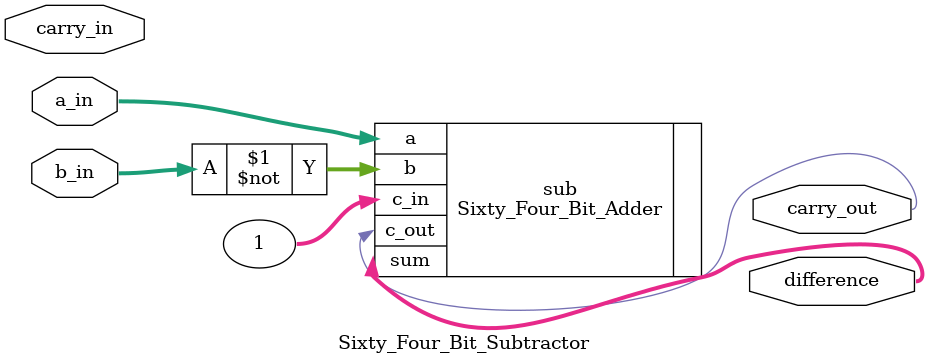
<source format=v>
`timescale 1ns / 1ps
module Sixty_Four_Bit_Subtractor(
    input [63:0] a_in,
    input [63:0] b_in,
    input carry_in,
	 output carry_out,
	 output [63:0] difference
    );

   //reg to_1 = 1;
	//Adder information 
	//output [63:0] sum,
    //output c_out,
    //input [63:0] a,
    //input [63:0] b,
    //input c_in
    //always begin
	 //one_complement  <= ~b_in;
	 //end
 
	Sixty_Four_Bit_Adder sub (.sum(difference), .c_out(carry_out), .a(a_in), .b(~b_in), .c_in(1));;

endmodule

</source>
